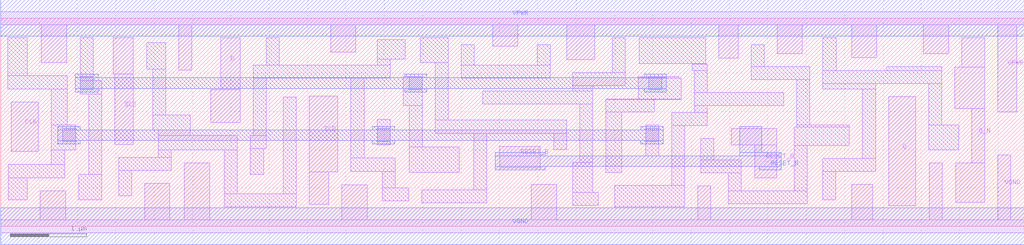
<source format=lef>
# Copyright 2020 The SkyWater PDK Authors
#
# Licensed under the Apache License, Version 2.0 (the "License");
# you may not use this file except in compliance with the License.
# You may obtain a copy of the License at
#
#     https://www.apache.org/licenses/LICENSE-2.0
#
# Unless required by applicable law or agreed to in writing, software
# distributed under the License is distributed on an "AS IS" BASIS,
# WITHOUT WARRANTIES OR CONDITIONS OF ANY KIND, either express or implied.
# See the License for the specific language governing permissions and
# limitations under the License.
#
# SPDX-License-Identifier: Apache-2.0

VERSION 5.5 ;
NAMESCASESENSITIVE ON ;
BUSBITCHARS "[]" ;
DIVIDERCHAR "/" ;
MACRO sky130_fd_sc_hd__sdfrbp_2
  CLASS CORE ;
  SOURCE USER ;
  ORIGIN  0.000000  0.000000 ;
  SIZE  13.34000 BY  2.720000 ;
  SYMMETRY X Y R90 ;
  SITE unithd ;
  PIN D
    ANTENNAGATEAREA  0.144000 ;
    DIRECTION INPUT ;
    USE SIGNAL ;
    PORT
      LAYER li1 ;
        RECT 2.735000 1.355000 3.120000 1.785000 ;
        RECT 2.865000 1.785000 3.120000 2.465000 ;
    END
  END D
  PIN Q
    ANTENNADIFFAREA  0.511500 ;
    DIRECTION OUTPUT ;
    USE SIGNAL ;
    PORT
      LAYER li1 ;
        RECT 11.575000 0.265000 11.925000 1.695000 ;
    END
  END Q
  PIN Q_N
    ANTENNADIFFAREA  0.445500 ;
    DIRECTION OUTPUT ;
    USE SIGNAL ;
    PORT
      LAYER li1 ;
        RECT 12.435000 1.535000 12.825000 2.080000 ;
        RECT 12.445000 0.310000 12.825000 0.825000 ;
        RECT 12.525000 2.080000 12.825000 2.465000 ;
        RECT 12.655000 0.825000 12.825000 1.535000 ;
    END
  END Q_N
  PIN RESET_B
    ANTENNAGATEAREA  0.252000 ;
    DIRECTION INPUT ;
    USE SIGNAL ;
    PORT
      LAYER li1 ;
        RECT 6.505000 0.765000 7.035000 1.045000 ;
    END
    PORT
      LAYER li1 ;
        RECT 9.525000 1.065000 10.115000 1.275000 ;
        RECT 9.825000 0.635000 10.115000 1.065000 ;
    END
    PORT
      LAYER met1 ;
        RECT 6.445000 0.735000  7.095000 0.780000 ;
        RECT 6.445000 0.780000 10.175000 0.920000 ;
        RECT 6.445000 0.920000  7.095000 0.965000 ;
        RECT 9.630000 0.920000 10.175000 0.965000 ;
        RECT 9.630000 0.965000  9.920000 1.305000 ;
        RECT 9.885000 0.735000 10.175000 0.780000 ;
    END
  END RESET_B
  PIN SCD
    ANTENNAGATEAREA  0.156600 ;
    DIRECTION INPUT ;
    USE SIGNAL ;
    PORT
      LAYER li1 ;
        RECT 4.020000 0.285000 4.275000 0.710000 ;
        RECT 4.020000 0.710000 4.395000 1.700000 ;
    END
  END SCD
  PIN SCE
    ANTENNAGATEAREA  0.435000 ;
    DIRECTION INPUT ;
    USE SIGNAL ;
    PORT
      LAYER li1 ;
        RECT 1.465000 1.985000 1.730000 2.465000 ;
        RECT 1.485000 1.070000 1.730000 1.985000 ;
    END
  END SCE
  PIN CLK
    ANTENNAGATEAREA  0.247500 ;
    DIRECTION INPUT ;
    USE CLOCK ;
    PORT
      LAYER li1 ;
        RECT 0.140000 0.975000 0.490000 1.625000 ;
    END
  END CLK
  PIN VGND
    DIRECTION INOUT ;
    SHAPE ABUTMENT ;
    USE GROUND ;
    PORT
      LAYER li1 ;
        RECT  0.000000 -0.085000 13.340000 0.085000 ;
        RECT  0.515000  0.085000  0.845000 0.465000 ;
        RECT  1.875000  0.085000  2.205000 0.560000 ;
        RECT  2.395000  0.085000  2.725000 0.825000 ;
        RECT  4.445000  0.085000  4.775000 0.540000 ;
        RECT  6.915000  0.085000  7.245000 0.545000 ;
        RECT  9.085000  0.085000  9.255000 0.525000 ;
        RECT 11.090000  0.085000 11.365000 0.545000 ;
        RECT 12.105000  0.085000 12.275000 0.825000 ;
        RECT 12.995000  0.085000 13.165000 0.930000 ;
    END
    PORT
      LAYER met1 ;
        RECT 0.000000 -0.240000 13.340000 0.240000 ;
    END
  END VGND
  PIN VPWR
    DIRECTION INOUT ;
    SHAPE ABUTMENT ;
    USE POWER ;
    PORT
      LAYER li1 ;
        RECT  0.000000 2.635000 13.340000 2.805000 ;
        RECT  0.530000 2.135000  0.860000 2.635000 ;
        RECT  2.320000 2.040000  2.490000 2.635000 ;
        RECT  4.300000 2.275000  4.630000 2.635000 ;
        RECT  6.410000 2.355000  6.740000 2.635000 ;
        RECT  7.375000 2.175000  7.745000 2.635000 ;
        RECT  9.360000 2.195000  9.610000 2.635000 ;
        RECT 10.120000 2.255000 10.450000 2.635000 ;
        RECT 11.090000 2.205000 11.420000 2.635000 ;
        RECT 12.025000 2.255000 12.355000 2.635000 ;
        RECT 12.995000 1.495000 13.245000 2.635000 ;
    END
    PORT
      LAYER met1 ;
        RECT 0.000000 2.480000 13.340000 2.960000 ;
    END
  END VPWR
  OBS
    LAYER li1 ;
      RECT  0.090000 1.795000  0.865000 1.965000 ;
      RECT  0.090000 1.965000  0.345000 2.465000 ;
      RECT  0.095000 0.345000  0.345000 0.635000 ;
      RECT  0.095000 0.635000  0.835000 0.805000 ;
      RECT  0.660000 0.805000  0.835000 0.995000 ;
      RECT  0.660000 0.995000  0.975000 1.325000 ;
      RECT  0.660000 1.325000  0.865000 1.795000 ;
      RECT  1.015000 0.345000  1.315000 0.675000 ;
      RECT  1.035000 1.730000  1.315000 1.900000 ;
      RECT  1.035000 1.900000  1.205000 2.465000 ;
      RECT  1.145000 0.675000  1.315000 1.730000 ;
      RECT  1.535000 0.395000  1.705000 0.730000 ;
      RECT  1.535000 0.730000  2.225000 0.900000 ;
      RECT  1.900000 2.055000  2.150000 2.400000 ;
      RECT  1.980000 1.260000  2.470000 1.455000 ;
      RECT  1.980000 1.455000  2.150000 2.055000 ;
      RECT  2.055000 0.900000  2.225000 0.995000 ;
      RECT  2.055000 0.995000  3.085000 1.185000 ;
      RECT  2.055000 1.185000  2.470000 1.260000 ;
      RECT  2.915000 0.255000  3.850000 0.425000 ;
      RECT  2.915000 0.425000  3.085000 0.995000 ;
      RECT  3.255000 0.675000  3.425000 1.015000 ;
      RECT  3.255000 1.015000  3.460000 1.185000 ;
      RECT  3.290000 1.185000  3.460000 1.935000 ;
      RECT  3.290000 1.935000  5.075000 2.105000 ;
      RECT  3.460000 2.105000  3.630000 2.465000 ;
      RECT  3.680000 0.425000  3.850000 1.685000 ;
      RECT  4.565000 0.715000  5.145000 0.895000 ;
      RECT  4.565000 0.895000  4.735000 1.935000 ;
      RECT  4.905000 1.065000  5.075000 1.395000 ;
      RECT  4.905000 2.105000  5.075000 2.185000 ;
      RECT  4.905000 2.185000  5.275000 2.435000 ;
      RECT  4.975000 0.335000  5.315000 0.505000 ;
      RECT  4.975000 0.505000  5.145000 0.715000 ;
      RECT  5.245000 1.575000  5.495000 1.955000 ;
      RECT  5.325000 0.705000  5.975000 1.035000 ;
      RECT  5.325000 1.035000  5.495000 1.575000 ;
      RECT  5.470000 2.135000  5.835000 2.465000 ;
      RECT  5.485000 0.305000  6.335000 0.475000 ;
      RECT  5.665000 1.215000  7.375000 1.385000 ;
      RECT  5.665000 1.385000  5.835000 2.135000 ;
      RECT  6.005000 1.935000  7.165000 2.105000 ;
      RECT  6.005000 2.105000  6.175000 2.375000 ;
      RECT  6.165000 0.475000  6.335000 1.215000 ;
      RECT  6.285000 1.595000  7.715000 1.765000 ;
      RECT  6.995000 2.105000  7.165000 2.375000 ;
      RECT  7.205000 1.005000  7.375000 1.215000 ;
      RECT  7.455000 0.275000  7.785000 0.445000 ;
      RECT  7.455000 0.445000  7.715000 0.835000 ;
      RECT  7.455000 1.765000  7.715000 1.835000 ;
      RECT  7.455000 1.835000  8.140000 2.005000 ;
      RECT  7.545000 0.835000  7.715000 1.595000 ;
      RECT  7.885000 0.705000  8.095000 1.495000 ;
      RECT  7.885000 1.495000  8.520000 1.655000 ;
      RECT  7.885000 1.655000  8.870000 1.665000 ;
      RECT  7.970000 2.005000  8.140000 2.465000 ;
      RECT  8.005000 0.255000  8.915000 0.535000 ;
      RECT  8.310000 1.665000  8.870000 1.935000 ;
      RECT  8.310000 1.935000  8.840000 1.955000 ;
      RECT  8.320000 2.125000  9.190000 2.465000 ;
      RECT  8.405000 0.920000  8.575000 1.325000 ;
      RECT  8.745000 0.535000  8.915000 1.315000 ;
      RECT  8.745000 1.315000  9.210000 1.485000 ;
      RECT  9.015000 2.035000  9.210000 2.115000 ;
      RECT  9.015000 2.115000  9.190000 2.125000 ;
      RECT  9.040000 1.485000  9.210000 1.575000 ;
      RECT  9.040000 1.575000 10.205000 1.745000 ;
      RECT  9.040000 1.745000  9.210000 2.035000 ;
      RECT  9.125000 0.695000  9.655000 0.865000 ;
      RECT  9.125000 0.865000  9.295000 1.145000 ;
      RECT  9.485000 0.295000 10.515000 0.465000 ;
      RECT  9.485000 0.465000  9.655000 0.695000 ;
      RECT  9.780000 1.915000 10.545000 2.085000 ;
      RECT  9.780000 2.085000  9.950000 2.375000 ;
      RECT 10.345000 0.465000 10.515000 1.055000 ;
      RECT 10.345000 1.055000 11.060000 1.295000 ;
      RECT 10.375000 1.295000 11.060000 1.325000 ;
      RECT 10.375000 1.325000 10.545000 1.915000 ;
      RECT 10.715000 0.345000 10.885000 0.715000 ;
      RECT 10.715000 0.715000 11.405000 0.885000 ;
      RECT 10.715000 1.795000 11.405000 1.865000 ;
      RECT 10.715000 1.865000 12.265000 2.035000 ;
      RECT 10.715000 2.035000 10.890000 2.465000 ;
      RECT 11.230000 0.885000 11.405000 1.795000 ;
      RECT 11.550000 2.035000 12.265000 2.085000 ;
      RECT 12.095000 0.995000 12.485000 1.325000 ;
      RECT 12.095000 1.325000 12.265000 1.865000 ;
    LAYER mcon ;
      RECT 0.805000 1.105000 0.975000 1.275000 ;
      RECT 1.035000 1.785000 1.205000 1.955000 ;
      RECT 4.905000 1.105000 5.075000 1.275000 ;
      RECT 5.325000 1.785000 5.495000 1.955000 ;
      RECT 8.405000 1.105000 8.575000 1.275000 ;
      RECT 8.445000 1.785000 8.615000 1.955000 ;
    LAYER met1 ;
      RECT 0.745000 1.075000 1.035000 1.120000 ;
      RECT 0.745000 1.120000 8.635000 1.260000 ;
      RECT 0.745000 1.260000 1.035000 1.305000 ;
      RECT 0.970000 1.755000 1.270000 1.800000 ;
      RECT 0.970000 1.800000 8.675000 1.940000 ;
      RECT 0.970000 1.940000 1.270000 1.985000 ;
      RECT 4.845000 1.075000 5.135000 1.120000 ;
      RECT 4.845000 1.260000 5.135000 1.305000 ;
      RECT 5.265000 1.755000 5.555000 1.800000 ;
      RECT 5.265000 1.940000 5.555000 1.985000 ;
      RECT 8.345000 1.075000 8.635000 1.120000 ;
      RECT 8.345000 1.260000 8.635000 1.305000 ;
      RECT 8.385000 1.755000 8.675000 1.800000 ;
      RECT 8.385000 1.940000 8.675000 1.985000 ;
  END
END sky130_fd_sc_hd__sdfrbp_2
END LIBRARY

</source>
